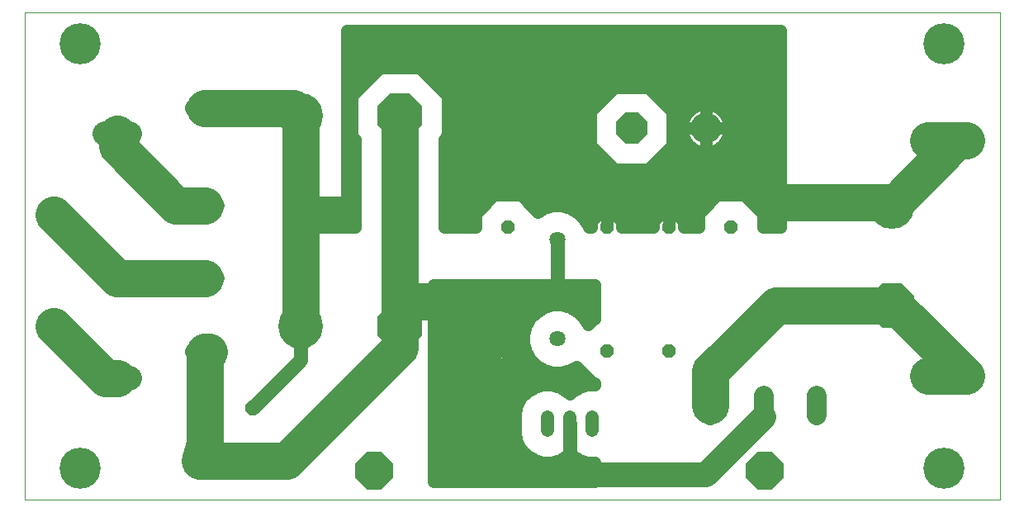
<source format=gbl>
G75*
%MOIN*%
%OFA0B0*%
%FSLAX25Y25*%
%IPPOS*%
%LPD*%
%AMOC8*
5,1,8,0,0,1.08239X$1,22.5*
%
%ADD10C,0.18100*%
%ADD11OC8,0.18100*%
%ADD12C,0.10000*%
%ADD13C,0.08030*%
%ADD14C,0.01168*%
%ADD15OC8,0.05256*%
%ADD16OC8,0.12400*%
%ADD17C,0.12400*%
%ADD18OC8,0.15024*%
%ADD19C,0.00000*%
%ADD20C,0.16598*%
%ADD21C,0.15024*%
%ADD22C,0.06424*%
%ADD23C,0.05173*%
%ADD24C,0.15000*%
%ADD25C,0.05000*%
%ADD26C,0.03962*%
%ADD27C,0.05600*%
%ADD28C,0.04000*%
%ADD29C,0.01600*%
D10*
X0116533Y0081022D03*
X0116533Y0166022D03*
X0355037Y0129447D03*
D11*
X0355037Y0089447D03*
X0156533Y0081022D03*
X0156533Y0166022D03*
D12*
X0047438Y0158747D02*
X0037438Y0158747D01*
X0037438Y0060147D02*
X0047438Y0060147D01*
X0225037Y0021022D02*
X0280037Y0021022D01*
X0303462Y0044447D01*
D13*
X0303462Y0045098D02*
X0303462Y0053128D01*
X0281962Y0053128D02*
X0281962Y0045098D01*
X0324962Y0045098D02*
X0324962Y0053128D01*
X0081886Y0070747D02*
X0073856Y0070747D01*
X0073856Y0100274D02*
X0081886Y0100274D01*
X0081886Y0129802D02*
X0073856Y0129802D01*
X0073856Y0169172D02*
X0081886Y0169172D01*
D14*
X0098859Y0048477D02*
X0099443Y0049061D01*
X0099443Y0047125D01*
X0098076Y0045758D01*
X0096140Y0045758D01*
X0094773Y0047125D01*
X0094773Y0049061D01*
X0096140Y0050428D01*
X0098076Y0050428D01*
X0099443Y0049061D01*
X0098567Y0048698D01*
X0098567Y0047488D01*
X0097713Y0046634D01*
X0096503Y0046634D01*
X0095649Y0047488D01*
X0095649Y0048698D01*
X0096503Y0049552D01*
X0097713Y0049552D01*
X0098567Y0048698D01*
X0097691Y0048335D01*
X0097691Y0047851D01*
X0097350Y0047510D01*
X0096866Y0047510D01*
X0096525Y0047851D01*
X0096525Y0048335D01*
X0096866Y0048676D01*
X0097350Y0048676D01*
X0097691Y0048335D01*
X0077645Y0027264D02*
X0078229Y0027848D01*
X0078229Y0025912D01*
X0076862Y0024545D01*
X0074926Y0024545D01*
X0073559Y0025912D01*
X0073559Y0027848D01*
X0074926Y0029215D01*
X0076862Y0029215D01*
X0078229Y0027848D01*
X0077353Y0027485D01*
X0077353Y0026275D01*
X0076499Y0025421D01*
X0075289Y0025421D01*
X0074435Y0026275D01*
X0074435Y0027485D01*
X0075289Y0028339D01*
X0076499Y0028339D01*
X0077353Y0027485D01*
X0076477Y0027122D01*
X0076477Y0026638D01*
X0076136Y0026297D01*
X0075652Y0026297D01*
X0075311Y0026638D01*
X0075311Y0027122D01*
X0075652Y0027463D01*
X0076136Y0027463D01*
X0076477Y0027122D01*
D15*
X0200037Y0071022D03*
X0240037Y0071022D03*
X0265037Y0071022D03*
X0290037Y0071022D03*
X0290037Y0121022D03*
X0265037Y0121022D03*
X0240037Y0121022D03*
X0200037Y0121022D03*
D16*
X0250037Y0161022D03*
D17*
X0280037Y0161022D03*
D18*
X0303777Y0022833D03*
X0146296Y0022833D03*
D19*
X0005037Y0011022D02*
X0005037Y0207873D01*
X0398737Y0207873D01*
X0398737Y0011022D01*
X0005037Y0011022D01*
D20*
X0027674Y0023818D03*
X0027674Y0195077D03*
X0376100Y0195077D03*
X0376100Y0023818D03*
D21*
X0370013Y0061022D02*
X0385037Y0061022D01*
X0385037Y0156022D02*
X0370013Y0156022D01*
X0027471Y0115399D02*
X0016848Y0126022D01*
X0016848Y0081022D02*
X0027471Y0070399D01*
D22*
X0220037Y0076022D03*
X0220037Y0116022D03*
D23*
X0216037Y0044318D02*
X0216037Y0039144D01*
X0225037Y0039144D02*
X0225037Y0044318D01*
X0234037Y0044318D02*
X0234037Y0039144D01*
D24*
X0281962Y0049113D02*
X0281962Y0062947D01*
X0287537Y0068522D01*
X0308462Y0089447D01*
X0355037Y0089447D01*
X0356611Y0089447D01*
X0385037Y0061022D01*
X0355037Y0129447D02*
X0381611Y0156022D01*
X0385037Y0156022D01*
X0355037Y0129447D02*
X0353462Y0131022D01*
X0310037Y0131022D01*
X0185037Y0091022D02*
X0156533Y0091022D01*
X0156533Y0081022D01*
X0156533Y0072518D01*
X0110894Y0026880D01*
X0075894Y0026880D01*
X0077871Y0033857D01*
X0077871Y0070747D01*
X0079454Y0070747D01*
X0042438Y0060147D02*
X0037722Y0060147D01*
X0016848Y0081022D01*
X0042596Y0100274D02*
X0016848Y0126022D01*
X0042596Y0100274D02*
X0077871Y0100274D01*
X0116533Y0081022D02*
X0116533Y0126022D01*
X0133383Y0126022D01*
X0116533Y0126022D02*
X0116533Y0166022D01*
X0113383Y0169172D01*
X0077871Y0169172D01*
X0042438Y0158747D02*
X0042438Y0153621D01*
X0066257Y0129802D01*
X0077871Y0129802D01*
X0156533Y0166022D02*
X0156533Y0081022D01*
D25*
X0170037Y0081001D02*
X0207305Y0081001D01*
X0207376Y0081266D02*
X0206451Y0077811D01*
X0206451Y0074234D01*
X0207376Y0070778D01*
X0209165Y0067680D01*
X0211695Y0065151D01*
X0214793Y0063362D01*
X0218248Y0062436D01*
X0221825Y0062436D01*
X0225281Y0063362D01*
X0227834Y0064837D01*
X0234651Y0058020D01*
X0235037Y0058020D01*
X0235037Y0057278D01*
X0232330Y0057278D01*
X0229034Y0056395D01*
X0226078Y0054689D01*
X0225037Y0053647D01*
X0223995Y0054689D01*
X0221039Y0056395D01*
X0217743Y0057278D01*
X0214330Y0057278D01*
X0211034Y0056395D01*
X0208078Y0054689D01*
X0205665Y0052276D01*
X0203959Y0049320D01*
X0203076Y0046024D01*
X0203076Y0037438D01*
X0203959Y0034142D01*
X0205665Y0031186D01*
X0208078Y0028773D01*
X0211034Y0027067D01*
X0214330Y0026184D01*
X0217743Y0026184D01*
X0221039Y0027067D01*
X0223995Y0028773D01*
X0225037Y0029815D01*
X0226078Y0028773D01*
X0229034Y0027067D01*
X0232330Y0026184D01*
X0235037Y0026184D01*
X0235037Y0018522D01*
X0170037Y0018522D01*
X0170037Y0097636D01*
X0235037Y0097636D01*
X0235037Y0084024D01*
X0234651Y0084024D01*
X0232402Y0081776D01*
X0230908Y0084364D01*
X0228379Y0086894D01*
X0225281Y0088682D01*
X0221825Y0089608D01*
X0218248Y0089608D01*
X0214793Y0088682D01*
X0211695Y0086894D01*
X0209165Y0084364D01*
X0207376Y0081266D01*
X0206451Y0076003D02*
X0203722Y0076003D01*
X0202575Y0077150D02*
X0200037Y0077150D01*
X0200037Y0071022D01*
X0200037Y0071022D01*
X0206164Y0071022D01*
X0206165Y0068484D01*
X0202575Y0064894D01*
X0200037Y0064894D01*
X0200037Y0071022D01*
X0200036Y0071022D01*
X0193909Y0071022D01*
X0193909Y0068484D01*
X0197498Y0064894D01*
X0200036Y0064894D01*
X0200036Y0071022D01*
X0200036Y0071022D01*
X0193909Y0071022D01*
X0193909Y0073561D01*
X0197498Y0077150D01*
X0200036Y0077150D01*
X0200036Y0071022D01*
X0200037Y0071022D01*
X0206165Y0071022D01*
X0206165Y0073561D01*
X0202575Y0077150D01*
X0200037Y0076003D02*
X0200036Y0076003D01*
X0196351Y0076003D02*
X0170037Y0076003D01*
X0170037Y0071004D02*
X0193909Y0071004D01*
X0200036Y0071004D02*
X0200037Y0071004D01*
X0200036Y0066006D02*
X0200037Y0066006D01*
X0203686Y0066006D02*
X0210839Y0066006D01*
X0207316Y0071004D02*
X0206165Y0071004D01*
X0196387Y0066006D02*
X0170037Y0066006D01*
X0170037Y0061007D02*
X0231664Y0061007D01*
X0228365Y0056009D02*
X0221708Y0056009D01*
X0210365Y0056009D02*
X0170037Y0056009D01*
X0170037Y0051010D02*
X0204935Y0051010D01*
X0203076Y0046012D02*
X0170037Y0046012D01*
X0170037Y0041013D02*
X0203076Y0041013D01*
X0203457Y0036015D02*
X0170037Y0036015D01*
X0170037Y0031016D02*
X0205835Y0031016D01*
X0235037Y0026018D02*
X0170037Y0026018D01*
X0170037Y0021019D02*
X0235037Y0021019D01*
X0235037Y0086000D02*
X0229272Y0086000D01*
X0235037Y0090998D02*
X0170037Y0090998D01*
X0170037Y0095997D02*
X0235037Y0095997D01*
X0210801Y0086000D02*
X0170037Y0086000D01*
X0174407Y0121258D02*
X0174407Y0156427D01*
X0175957Y0157977D01*
X0175957Y0174068D01*
X0164578Y0185446D01*
X0148487Y0185446D01*
X0137109Y0174068D01*
X0137109Y0157977D01*
X0138659Y0156427D01*
X0138659Y0121258D01*
X0135037Y0121258D01*
X0135037Y0200373D01*
X0310037Y0200373D01*
X0310037Y0121258D01*
X0303039Y0121258D01*
X0303039Y0126408D01*
X0295422Y0134024D01*
X0284651Y0134024D01*
X0277034Y0126408D01*
X0277034Y0121258D01*
X0271165Y0121258D01*
X0271165Y0123561D01*
X0267575Y0127150D01*
X0265037Y0127150D01*
X0265037Y0121258D01*
X0265036Y0121258D01*
X0265036Y0127150D01*
X0262498Y0127150D01*
X0258909Y0123561D01*
X0258909Y0121258D01*
X0246165Y0121258D01*
X0246165Y0123561D01*
X0242575Y0127150D01*
X0240037Y0127150D01*
X0240037Y0121258D01*
X0240036Y0121258D01*
X0240036Y0127150D01*
X0237498Y0127150D01*
X0233909Y0123561D01*
X0233909Y0121258D01*
X0232699Y0121258D01*
X0232697Y0121266D01*
X0230908Y0124364D01*
X0228379Y0126894D01*
X0225281Y0128682D01*
X0221825Y0129608D01*
X0218248Y0129608D01*
X0214793Y0128682D01*
X0212239Y0127208D01*
X0205422Y0134024D01*
X0194651Y0134024D01*
X0187034Y0126408D01*
X0187034Y0121258D01*
X0174407Y0121258D01*
X0174407Y0125988D02*
X0187034Y0125988D01*
X0191613Y0130987D02*
X0174407Y0130987D01*
X0174407Y0135985D02*
X0310037Y0135985D01*
X0310037Y0130987D02*
X0298460Y0130987D01*
X0303039Y0125988D02*
X0310037Y0125988D01*
X0310037Y0140984D02*
X0174407Y0140984D01*
X0174407Y0145982D02*
X0241638Y0145982D01*
X0243171Y0144448D02*
X0256902Y0144448D01*
X0266611Y0154157D01*
X0266611Y0167887D01*
X0256902Y0177596D01*
X0243171Y0177596D01*
X0233462Y0167887D01*
X0233462Y0154157D01*
X0243171Y0144448D01*
X0236639Y0150981D02*
X0174407Y0150981D01*
X0174407Y0155979D02*
X0233462Y0155979D01*
X0233462Y0160978D02*
X0175957Y0160978D01*
X0175957Y0165976D02*
X0233462Y0165976D01*
X0236550Y0170975D02*
X0175957Y0170975D01*
X0174051Y0175973D02*
X0241548Y0175973D01*
X0258525Y0175973D02*
X0310037Y0175973D01*
X0310037Y0170975D02*
X0263523Y0170975D01*
X0271533Y0165722D02*
X0272113Y0166644D01*
X0272792Y0167496D01*
X0273563Y0168266D01*
X0274415Y0168946D01*
X0275337Y0169525D01*
X0276319Y0169998D01*
X0277347Y0170358D01*
X0278409Y0170600D01*
X0279492Y0170722D01*
X0280036Y0170722D01*
X0280036Y0161022D01*
X0270337Y0161022D01*
X0270337Y0160477D01*
X0270459Y0159395D01*
X0270701Y0158333D01*
X0271061Y0157304D01*
X0271533Y0156323D01*
X0272113Y0155400D01*
X0272792Y0154548D01*
X0273563Y0153778D01*
X0274415Y0153099D01*
X0275337Y0152519D01*
X0276319Y0152046D01*
X0277347Y0151687D01*
X0278409Y0151444D01*
X0279492Y0151322D01*
X0280036Y0151322D01*
X0280036Y0161022D01*
X0280036Y0161022D01*
X0280037Y0161022D01*
X0280037Y0161022D01*
X0289737Y0161022D01*
X0289737Y0160477D01*
X0289615Y0159395D01*
X0289372Y0158333D01*
X0289012Y0157304D01*
X0288540Y0156323D01*
X0287960Y0155400D01*
X0287281Y0154548D01*
X0286510Y0153778D01*
X0285658Y0153099D01*
X0284736Y0152519D01*
X0283754Y0152046D01*
X0282726Y0151687D01*
X0281664Y0151444D01*
X0280581Y0151322D01*
X0280037Y0151322D01*
X0280037Y0161022D01*
X0289737Y0161022D01*
X0289737Y0161567D01*
X0289615Y0162650D01*
X0289372Y0163712D01*
X0289012Y0164740D01*
X0288540Y0165722D01*
X0287960Y0166644D01*
X0287281Y0167496D01*
X0286510Y0168266D01*
X0285658Y0168946D01*
X0284736Y0169525D01*
X0283754Y0169998D01*
X0282726Y0170358D01*
X0281664Y0170600D01*
X0280581Y0170722D01*
X0280037Y0170722D01*
X0280037Y0161022D01*
X0280036Y0161022D01*
X0270337Y0161022D01*
X0270337Y0161567D01*
X0270459Y0162650D01*
X0270701Y0163712D01*
X0271061Y0164740D01*
X0271533Y0165722D01*
X0271693Y0165976D02*
X0266611Y0165976D01*
X0266611Y0160978D02*
X0270337Y0160978D01*
X0271749Y0155979D02*
X0266611Y0155979D01*
X0263434Y0150981D02*
X0310037Y0150981D01*
X0310037Y0145982D02*
X0258436Y0145982D01*
X0280036Y0155979D02*
X0280037Y0155979D01*
X0280036Y0160978D02*
X0280037Y0160978D01*
X0280036Y0165976D02*
X0280037Y0165976D01*
X0288380Y0165976D02*
X0310037Y0165976D01*
X0310037Y0160978D02*
X0289737Y0160978D01*
X0288324Y0155979D02*
X0310037Y0155979D01*
X0310037Y0180972D02*
X0169053Y0180972D01*
X0144012Y0180972D02*
X0135037Y0180972D01*
X0135037Y0175973D02*
X0139014Y0175973D01*
X0137109Y0170975D02*
X0135037Y0170975D01*
X0135037Y0165976D02*
X0137109Y0165976D01*
X0137109Y0160978D02*
X0135037Y0160978D01*
X0135037Y0155979D02*
X0138659Y0155979D01*
X0138659Y0150981D02*
X0135037Y0150981D01*
X0135037Y0145982D02*
X0138659Y0145982D01*
X0138659Y0140984D02*
X0135037Y0140984D01*
X0135037Y0135985D02*
X0138659Y0135985D01*
X0138659Y0130987D02*
X0135037Y0130987D01*
X0135037Y0125988D02*
X0138659Y0125988D01*
X0208460Y0130987D02*
X0281613Y0130987D01*
X0277034Y0125988D02*
X0268737Y0125988D01*
X0265037Y0125988D02*
X0265036Y0125988D01*
X0261336Y0125988D02*
X0243737Y0125988D01*
X0240037Y0125988D02*
X0240036Y0125988D01*
X0236336Y0125988D02*
X0229284Y0125988D01*
X0310037Y0185970D02*
X0135037Y0185970D01*
X0135037Y0190969D02*
X0310037Y0190969D01*
X0310037Y0195967D02*
X0135037Y0195967D01*
D26*
X0140037Y0196022D03*
X0135037Y0181022D03*
X0180037Y0196022D03*
X0220037Y0196022D03*
X0265037Y0196022D03*
X0305037Y0196022D03*
X0305037Y0171022D03*
X0305037Y0136022D03*
X0310037Y0136022D03*
X0310037Y0131022D03*
X0305037Y0131022D03*
X0305037Y0126022D03*
X0310037Y0126022D03*
X0195037Y0066022D03*
X0170037Y0051022D03*
X0195037Y0021022D03*
X0225037Y0021022D03*
X0225037Y0026022D03*
X0175037Y0086022D03*
X0170037Y0086022D03*
X0170037Y0091022D03*
X0175037Y0091022D03*
X0175037Y0096022D03*
X0180037Y0096022D03*
X0170037Y0096022D03*
X0135037Y0121022D03*
X0135037Y0126022D03*
X0135037Y0131022D03*
X0135037Y0136022D03*
X0135037Y0141022D03*
X0135037Y0146022D03*
X0175037Y0141022D03*
X0175037Y0126022D03*
D27*
X0220037Y0116022D02*
X0220037Y0096022D01*
X0222537Y0093522D01*
X0225037Y0096022D01*
X0290037Y0071022D02*
X0290037Y0066022D01*
X0225037Y0041731D02*
X0225037Y0026022D01*
X0116533Y0067518D02*
X0116533Y0081022D01*
X0116533Y0067518D02*
X0097108Y0048093D01*
D28*
X0281962Y0049113D02*
X0281962Y0054097D01*
X0290037Y0066022D02*
X0287537Y0068522D01*
D29*
X0135037Y0126022D02*
X0133383Y0126022D01*
M02*

</source>
